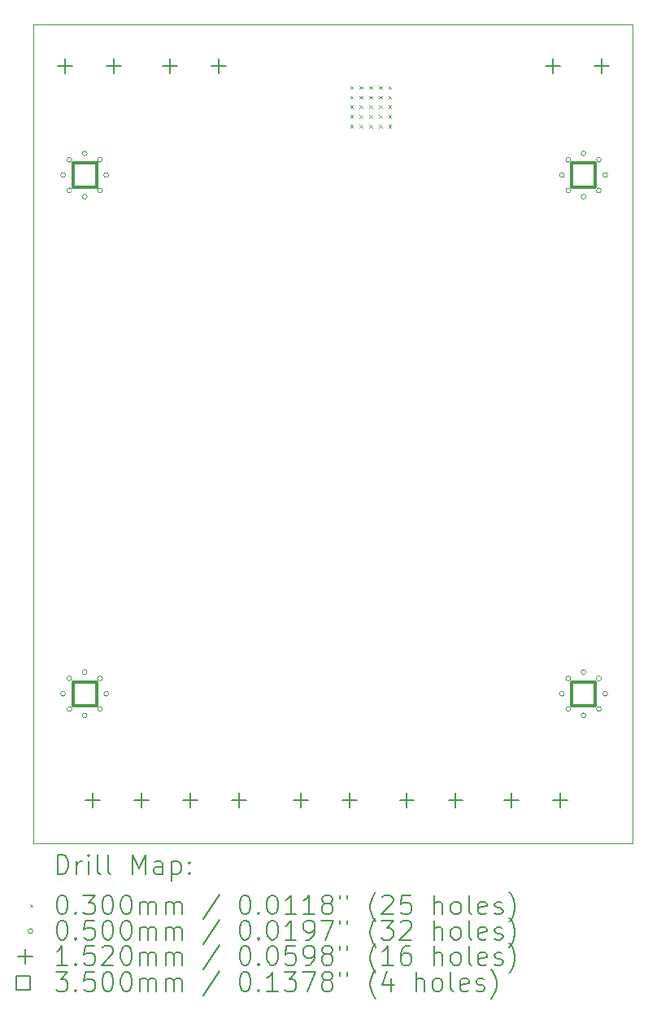
<source format=gbr>
%FSLAX45Y45*%
G04 Gerber Fmt 4.5, Leading zero omitted, Abs format (unit mm)*
G04 Created by KiCad (PCBNEW (6.0.1)) date 2022-04-27 15:55:12*
%MOMM*%
%LPD*%
G01*
G04 APERTURE LIST*
%TA.AperFunction,Profile*%
%ADD10C,0.100000*%
%TD*%
%ADD11C,0.200000*%
%ADD12C,0.030000*%
%ADD13C,0.050000*%
%ADD14C,0.152000*%
%ADD15C,0.350000*%
G04 APERTURE END LIST*
D10*
X5080000Y-11520000D02*
X5080000Y-3000000D01*
X5080000Y-3000000D02*
X11320000Y-3000000D01*
X11320000Y-11520000D02*
X11320000Y-3000000D01*
X5080000Y-11520000D02*
X11320000Y-11520000D01*
D11*
D12*
X8379500Y-3640400D02*
X8409500Y-3670400D01*
X8409500Y-3640400D02*
X8379500Y-3670400D01*
X8379500Y-3740400D02*
X8409500Y-3770400D01*
X8409500Y-3740400D02*
X8379500Y-3770400D01*
X8379500Y-3840400D02*
X8409500Y-3870400D01*
X8409500Y-3840400D02*
X8379500Y-3870400D01*
X8379500Y-3940400D02*
X8409500Y-3970400D01*
X8409500Y-3940400D02*
X8379500Y-3970400D01*
X8379500Y-4040400D02*
X8409500Y-4070400D01*
X8409500Y-4040400D02*
X8379500Y-4070400D01*
X8479500Y-3640400D02*
X8509500Y-3670400D01*
X8509500Y-3640400D02*
X8479500Y-3670400D01*
X8479500Y-3740400D02*
X8509500Y-3770400D01*
X8509500Y-3740400D02*
X8479500Y-3770400D01*
X8479500Y-3840400D02*
X8509500Y-3870400D01*
X8509500Y-3840400D02*
X8479500Y-3870400D01*
X8479500Y-3940400D02*
X8509500Y-3970400D01*
X8509500Y-3940400D02*
X8479500Y-3970400D01*
X8479500Y-4040400D02*
X8509500Y-4070400D01*
X8509500Y-4040400D02*
X8479500Y-4070400D01*
X8579500Y-3640400D02*
X8609500Y-3670400D01*
X8609500Y-3640400D02*
X8579500Y-3670400D01*
X8579500Y-3740400D02*
X8609500Y-3770400D01*
X8609500Y-3740400D02*
X8579500Y-3770400D01*
X8579500Y-3840400D02*
X8609500Y-3870400D01*
X8609500Y-3840400D02*
X8579500Y-3870400D01*
X8579500Y-3940400D02*
X8609500Y-3970400D01*
X8609500Y-3940400D02*
X8579500Y-3970400D01*
X8579500Y-4040400D02*
X8609500Y-4070400D01*
X8609500Y-4040400D02*
X8579500Y-4070400D01*
X8679500Y-3640400D02*
X8709500Y-3670400D01*
X8709500Y-3640400D02*
X8679500Y-3670400D01*
X8679500Y-3740400D02*
X8709500Y-3770400D01*
X8709500Y-3740400D02*
X8679500Y-3770400D01*
X8679500Y-3840400D02*
X8709500Y-3870400D01*
X8709500Y-3840400D02*
X8679500Y-3870400D01*
X8679500Y-3940400D02*
X8709500Y-3970400D01*
X8709500Y-3940400D02*
X8679500Y-3970400D01*
X8679500Y-4040400D02*
X8709500Y-4070400D01*
X8709500Y-4040400D02*
X8679500Y-4070400D01*
X8779500Y-3640400D02*
X8809500Y-3670400D01*
X8809500Y-3640400D02*
X8779500Y-3670400D01*
X8779500Y-3740400D02*
X8809500Y-3770400D01*
X8809500Y-3740400D02*
X8779500Y-3770400D01*
X8779500Y-3840400D02*
X8809500Y-3870400D01*
X8809500Y-3840400D02*
X8779500Y-3870400D01*
X8779500Y-3940400D02*
X8809500Y-3970400D01*
X8809500Y-3940400D02*
X8779500Y-3970400D01*
X8779500Y-4040400D02*
X8809500Y-4070400D01*
X8809500Y-4040400D02*
X8779500Y-4070400D01*
D13*
X5415000Y-4565000D02*
G75*
G03*
X5415000Y-4565000I-25000J0D01*
G01*
X5415000Y-9960000D02*
G75*
G03*
X5415000Y-9960000I-25000J0D01*
G01*
X5480901Y-4405901D02*
G75*
G03*
X5480901Y-4405901I-25000J0D01*
G01*
X5480901Y-4724099D02*
G75*
G03*
X5480901Y-4724099I-25000J0D01*
G01*
X5480901Y-9800901D02*
G75*
G03*
X5480901Y-9800901I-25000J0D01*
G01*
X5480901Y-10119099D02*
G75*
G03*
X5480901Y-10119099I-25000J0D01*
G01*
X5640000Y-4340000D02*
G75*
G03*
X5640000Y-4340000I-25000J0D01*
G01*
X5640000Y-4790000D02*
G75*
G03*
X5640000Y-4790000I-25000J0D01*
G01*
X5640000Y-9735000D02*
G75*
G03*
X5640000Y-9735000I-25000J0D01*
G01*
X5640000Y-10185000D02*
G75*
G03*
X5640000Y-10185000I-25000J0D01*
G01*
X5799099Y-4405901D02*
G75*
G03*
X5799099Y-4405901I-25000J0D01*
G01*
X5799099Y-4724099D02*
G75*
G03*
X5799099Y-4724099I-25000J0D01*
G01*
X5799099Y-9800901D02*
G75*
G03*
X5799099Y-9800901I-25000J0D01*
G01*
X5799099Y-10119099D02*
G75*
G03*
X5799099Y-10119099I-25000J0D01*
G01*
X5865000Y-4565000D02*
G75*
G03*
X5865000Y-4565000I-25000J0D01*
G01*
X5865000Y-9960000D02*
G75*
G03*
X5865000Y-9960000I-25000J0D01*
G01*
X10610000Y-4565000D02*
G75*
G03*
X10610000Y-4565000I-25000J0D01*
G01*
X10610000Y-9960000D02*
G75*
G03*
X10610000Y-9960000I-25000J0D01*
G01*
X10675901Y-4405901D02*
G75*
G03*
X10675901Y-4405901I-25000J0D01*
G01*
X10675901Y-4724099D02*
G75*
G03*
X10675901Y-4724099I-25000J0D01*
G01*
X10675901Y-9800901D02*
G75*
G03*
X10675901Y-9800901I-25000J0D01*
G01*
X10675901Y-10119099D02*
G75*
G03*
X10675901Y-10119099I-25000J0D01*
G01*
X10835000Y-4340000D02*
G75*
G03*
X10835000Y-4340000I-25000J0D01*
G01*
X10835000Y-4790000D02*
G75*
G03*
X10835000Y-4790000I-25000J0D01*
G01*
X10835000Y-9735000D02*
G75*
G03*
X10835000Y-9735000I-25000J0D01*
G01*
X10835000Y-10185000D02*
G75*
G03*
X10835000Y-10185000I-25000J0D01*
G01*
X10994099Y-4405901D02*
G75*
G03*
X10994099Y-4405901I-25000J0D01*
G01*
X10994099Y-4724099D02*
G75*
G03*
X10994099Y-4724099I-25000J0D01*
G01*
X10994099Y-9800901D02*
G75*
G03*
X10994099Y-9800901I-25000J0D01*
G01*
X10994099Y-10119099D02*
G75*
G03*
X10994099Y-10119099I-25000J0D01*
G01*
X11060000Y-4565000D02*
G75*
G03*
X11060000Y-4565000I-25000J0D01*
G01*
X11060000Y-9960000D02*
G75*
G03*
X11060000Y-9960000I-25000J0D01*
G01*
D14*
X5407400Y-3353000D02*
X5407400Y-3505000D01*
X5331400Y-3429000D02*
X5483400Y-3429000D01*
X5698000Y-10989000D02*
X5698000Y-11141000D01*
X5622000Y-11065000D02*
X5774000Y-11065000D01*
X5915400Y-3353000D02*
X5915400Y-3505000D01*
X5839400Y-3429000D02*
X5991400Y-3429000D01*
X6206000Y-10989000D02*
X6206000Y-11141000D01*
X6130000Y-11065000D02*
X6282000Y-11065000D01*
X6502400Y-3353000D02*
X6502400Y-3505000D01*
X6426400Y-3429000D02*
X6578400Y-3429000D01*
X6714000Y-10989000D02*
X6714000Y-11141000D01*
X6638000Y-11065000D02*
X6790000Y-11065000D01*
X7010400Y-3353000D02*
X7010400Y-3505000D01*
X6934400Y-3429000D02*
X7086400Y-3429000D01*
X7222000Y-10989000D02*
X7222000Y-11141000D01*
X7146000Y-11065000D02*
X7298000Y-11065000D01*
X7866000Y-10989000D02*
X7866000Y-11141000D01*
X7790000Y-11065000D02*
X7942000Y-11065000D01*
X8374000Y-10989000D02*
X8374000Y-11141000D01*
X8298000Y-11065000D02*
X8450000Y-11065000D01*
X8971000Y-10989000D02*
X8971000Y-11141000D01*
X8895000Y-11065000D02*
X9047000Y-11065000D01*
X9479000Y-10989000D02*
X9479000Y-11141000D01*
X9403000Y-11065000D02*
X9555000Y-11065000D01*
X10057000Y-10989000D02*
X10057000Y-11141000D01*
X9981000Y-11065000D02*
X10133000Y-11065000D01*
X10490200Y-3353000D02*
X10490200Y-3505000D01*
X10414200Y-3429000D02*
X10566200Y-3429000D01*
X10565000Y-10989000D02*
X10565000Y-11141000D01*
X10489000Y-11065000D02*
X10641000Y-11065000D01*
X10998200Y-3353000D02*
X10998200Y-3505000D01*
X10922200Y-3429000D02*
X11074200Y-3429000D01*
D15*
X5738745Y-4688745D02*
X5738745Y-4441255D01*
X5491255Y-4441255D01*
X5491255Y-4688745D01*
X5738745Y-4688745D01*
X5738745Y-10083745D02*
X5738745Y-9836255D01*
X5491255Y-9836255D01*
X5491255Y-10083745D01*
X5738745Y-10083745D01*
X10933745Y-4688745D02*
X10933745Y-4441255D01*
X10686255Y-4441255D01*
X10686255Y-4688745D01*
X10933745Y-4688745D01*
X10933745Y-10083745D02*
X10933745Y-9836255D01*
X10686255Y-9836255D01*
X10686255Y-10083745D01*
X10933745Y-10083745D01*
D11*
X5332619Y-11835476D02*
X5332619Y-11635476D01*
X5380238Y-11635476D01*
X5408810Y-11645000D01*
X5427857Y-11664048D01*
X5437381Y-11683095D01*
X5446905Y-11721190D01*
X5446905Y-11749762D01*
X5437381Y-11787857D01*
X5427857Y-11806905D01*
X5408810Y-11825952D01*
X5380238Y-11835476D01*
X5332619Y-11835476D01*
X5532619Y-11835476D02*
X5532619Y-11702143D01*
X5532619Y-11740238D02*
X5542143Y-11721190D01*
X5551667Y-11711667D01*
X5570714Y-11702143D01*
X5589762Y-11702143D01*
X5656428Y-11835476D02*
X5656428Y-11702143D01*
X5656428Y-11635476D02*
X5646905Y-11645000D01*
X5656428Y-11654524D01*
X5665952Y-11645000D01*
X5656428Y-11635476D01*
X5656428Y-11654524D01*
X5780238Y-11835476D02*
X5761190Y-11825952D01*
X5751667Y-11806905D01*
X5751667Y-11635476D01*
X5885000Y-11835476D02*
X5865952Y-11825952D01*
X5856428Y-11806905D01*
X5856428Y-11635476D01*
X6113571Y-11835476D02*
X6113571Y-11635476D01*
X6180238Y-11778333D01*
X6246905Y-11635476D01*
X6246905Y-11835476D01*
X6427857Y-11835476D02*
X6427857Y-11730714D01*
X6418333Y-11711667D01*
X6399286Y-11702143D01*
X6361190Y-11702143D01*
X6342143Y-11711667D01*
X6427857Y-11825952D02*
X6408809Y-11835476D01*
X6361190Y-11835476D01*
X6342143Y-11825952D01*
X6332619Y-11806905D01*
X6332619Y-11787857D01*
X6342143Y-11768809D01*
X6361190Y-11759286D01*
X6408809Y-11759286D01*
X6427857Y-11749762D01*
X6523095Y-11702143D02*
X6523095Y-11902143D01*
X6523095Y-11711667D02*
X6542143Y-11702143D01*
X6580238Y-11702143D01*
X6599286Y-11711667D01*
X6608809Y-11721190D01*
X6618333Y-11740238D01*
X6618333Y-11797381D01*
X6608809Y-11816428D01*
X6599286Y-11825952D01*
X6580238Y-11835476D01*
X6542143Y-11835476D01*
X6523095Y-11825952D01*
X6704048Y-11816428D02*
X6713571Y-11825952D01*
X6704048Y-11835476D01*
X6694524Y-11825952D01*
X6704048Y-11816428D01*
X6704048Y-11835476D01*
X6704048Y-11711667D02*
X6713571Y-11721190D01*
X6704048Y-11730714D01*
X6694524Y-11721190D01*
X6704048Y-11711667D01*
X6704048Y-11730714D01*
D12*
X5045000Y-12150000D02*
X5075000Y-12180000D01*
X5075000Y-12150000D02*
X5045000Y-12180000D01*
D11*
X5370714Y-12055476D02*
X5389762Y-12055476D01*
X5408810Y-12065000D01*
X5418333Y-12074524D01*
X5427857Y-12093571D01*
X5437381Y-12131667D01*
X5437381Y-12179286D01*
X5427857Y-12217381D01*
X5418333Y-12236428D01*
X5408810Y-12245952D01*
X5389762Y-12255476D01*
X5370714Y-12255476D01*
X5351667Y-12245952D01*
X5342143Y-12236428D01*
X5332619Y-12217381D01*
X5323095Y-12179286D01*
X5323095Y-12131667D01*
X5332619Y-12093571D01*
X5342143Y-12074524D01*
X5351667Y-12065000D01*
X5370714Y-12055476D01*
X5523095Y-12236428D02*
X5532619Y-12245952D01*
X5523095Y-12255476D01*
X5513571Y-12245952D01*
X5523095Y-12236428D01*
X5523095Y-12255476D01*
X5599286Y-12055476D02*
X5723095Y-12055476D01*
X5656428Y-12131667D01*
X5685000Y-12131667D01*
X5704048Y-12141190D01*
X5713571Y-12150714D01*
X5723095Y-12169762D01*
X5723095Y-12217381D01*
X5713571Y-12236428D01*
X5704048Y-12245952D01*
X5685000Y-12255476D01*
X5627857Y-12255476D01*
X5608809Y-12245952D01*
X5599286Y-12236428D01*
X5846905Y-12055476D02*
X5865952Y-12055476D01*
X5885000Y-12065000D01*
X5894524Y-12074524D01*
X5904048Y-12093571D01*
X5913571Y-12131667D01*
X5913571Y-12179286D01*
X5904048Y-12217381D01*
X5894524Y-12236428D01*
X5885000Y-12245952D01*
X5865952Y-12255476D01*
X5846905Y-12255476D01*
X5827857Y-12245952D01*
X5818333Y-12236428D01*
X5808809Y-12217381D01*
X5799286Y-12179286D01*
X5799286Y-12131667D01*
X5808809Y-12093571D01*
X5818333Y-12074524D01*
X5827857Y-12065000D01*
X5846905Y-12055476D01*
X6037381Y-12055476D02*
X6056428Y-12055476D01*
X6075476Y-12065000D01*
X6085000Y-12074524D01*
X6094524Y-12093571D01*
X6104048Y-12131667D01*
X6104048Y-12179286D01*
X6094524Y-12217381D01*
X6085000Y-12236428D01*
X6075476Y-12245952D01*
X6056428Y-12255476D01*
X6037381Y-12255476D01*
X6018333Y-12245952D01*
X6008809Y-12236428D01*
X5999286Y-12217381D01*
X5989762Y-12179286D01*
X5989762Y-12131667D01*
X5999286Y-12093571D01*
X6008809Y-12074524D01*
X6018333Y-12065000D01*
X6037381Y-12055476D01*
X6189762Y-12255476D02*
X6189762Y-12122143D01*
X6189762Y-12141190D02*
X6199286Y-12131667D01*
X6218333Y-12122143D01*
X6246905Y-12122143D01*
X6265952Y-12131667D01*
X6275476Y-12150714D01*
X6275476Y-12255476D01*
X6275476Y-12150714D02*
X6285000Y-12131667D01*
X6304048Y-12122143D01*
X6332619Y-12122143D01*
X6351667Y-12131667D01*
X6361190Y-12150714D01*
X6361190Y-12255476D01*
X6456428Y-12255476D02*
X6456428Y-12122143D01*
X6456428Y-12141190D02*
X6465952Y-12131667D01*
X6485000Y-12122143D01*
X6513571Y-12122143D01*
X6532619Y-12131667D01*
X6542143Y-12150714D01*
X6542143Y-12255476D01*
X6542143Y-12150714D02*
X6551667Y-12131667D01*
X6570714Y-12122143D01*
X6599286Y-12122143D01*
X6618333Y-12131667D01*
X6627857Y-12150714D01*
X6627857Y-12255476D01*
X7018333Y-12045952D02*
X6846905Y-12303095D01*
X7275476Y-12055476D02*
X7294524Y-12055476D01*
X7313571Y-12065000D01*
X7323095Y-12074524D01*
X7332619Y-12093571D01*
X7342143Y-12131667D01*
X7342143Y-12179286D01*
X7332619Y-12217381D01*
X7323095Y-12236428D01*
X7313571Y-12245952D01*
X7294524Y-12255476D01*
X7275476Y-12255476D01*
X7256428Y-12245952D01*
X7246905Y-12236428D01*
X7237381Y-12217381D01*
X7227857Y-12179286D01*
X7227857Y-12131667D01*
X7237381Y-12093571D01*
X7246905Y-12074524D01*
X7256428Y-12065000D01*
X7275476Y-12055476D01*
X7427857Y-12236428D02*
X7437381Y-12245952D01*
X7427857Y-12255476D01*
X7418333Y-12245952D01*
X7427857Y-12236428D01*
X7427857Y-12255476D01*
X7561190Y-12055476D02*
X7580238Y-12055476D01*
X7599286Y-12065000D01*
X7608809Y-12074524D01*
X7618333Y-12093571D01*
X7627857Y-12131667D01*
X7627857Y-12179286D01*
X7618333Y-12217381D01*
X7608809Y-12236428D01*
X7599286Y-12245952D01*
X7580238Y-12255476D01*
X7561190Y-12255476D01*
X7542143Y-12245952D01*
X7532619Y-12236428D01*
X7523095Y-12217381D01*
X7513571Y-12179286D01*
X7513571Y-12131667D01*
X7523095Y-12093571D01*
X7532619Y-12074524D01*
X7542143Y-12065000D01*
X7561190Y-12055476D01*
X7818333Y-12255476D02*
X7704048Y-12255476D01*
X7761190Y-12255476D02*
X7761190Y-12055476D01*
X7742143Y-12084048D01*
X7723095Y-12103095D01*
X7704048Y-12112619D01*
X8008809Y-12255476D02*
X7894524Y-12255476D01*
X7951667Y-12255476D02*
X7951667Y-12055476D01*
X7932619Y-12084048D01*
X7913571Y-12103095D01*
X7894524Y-12112619D01*
X8123095Y-12141190D02*
X8104048Y-12131667D01*
X8094524Y-12122143D01*
X8085000Y-12103095D01*
X8085000Y-12093571D01*
X8094524Y-12074524D01*
X8104048Y-12065000D01*
X8123095Y-12055476D01*
X8161190Y-12055476D01*
X8180238Y-12065000D01*
X8189762Y-12074524D01*
X8199286Y-12093571D01*
X8199286Y-12103095D01*
X8189762Y-12122143D01*
X8180238Y-12131667D01*
X8161190Y-12141190D01*
X8123095Y-12141190D01*
X8104048Y-12150714D01*
X8094524Y-12160238D01*
X8085000Y-12179286D01*
X8085000Y-12217381D01*
X8094524Y-12236428D01*
X8104048Y-12245952D01*
X8123095Y-12255476D01*
X8161190Y-12255476D01*
X8180238Y-12245952D01*
X8189762Y-12236428D01*
X8199286Y-12217381D01*
X8199286Y-12179286D01*
X8189762Y-12160238D01*
X8180238Y-12150714D01*
X8161190Y-12141190D01*
X8275476Y-12055476D02*
X8275476Y-12093571D01*
X8351667Y-12055476D02*
X8351667Y-12093571D01*
X8646905Y-12331667D02*
X8637381Y-12322143D01*
X8618333Y-12293571D01*
X8608810Y-12274524D01*
X8599286Y-12245952D01*
X8589762Y-12198333D01*
X8589762Y-12160238D01*
X8599286Y-12112619D01*
X8608810Y-12084048D01*
X8618333Y-12065000D01*
X8637381Y-12036428D01*
X8646905Y-12026905D01*
X8713571Y-12074524D02*
X8723095Y-12065000D01*
X8742143Y-12055476D01*
X8789762Y-12055476D01*
X8808810Y-12065000D01*
X8818333Y-12074524D01*
X8827857Y-12093571D01*
X8827857Y-12112619D01*
X8818333Y-12141190D01*
X8704048Y-12255476D01*
X8827857Y-12255476D01*
X9008810Y-12055476D02*
X8913571Y-12055476D01*
X8904048Y-12150714D01*
X8913571Y-12141190D01*
X8932619Y-12131667D01*
X8980238Y-12131667D01*
X8999286Y-12141190D01*
X9008810Y-12150714D01*
X9018333Y-12169762D01*
X9018333Y-12217381D01*
X9008810Y-12236428D01*
X8999286Y-12245952D01*
X8980238Y-12255476D01*
X8932619Y-12255476D01*
X8913571Y-12245952D01*
X8904048Y-12236428D01*
X9256429Y-12255476D02*
X9256429Y-12055476D01*
X9342143Y-12255476D02*
X9342143Y-12150714D01*
X9332619Y-12131667D01*
X9313571Y-12122143D01*
X9285000Y-12122143D01*
X9265952Y-12131667D01*
X9256429Y-12141190D01*
X9465952Y-12255476D02*
X9446905Y-12245952D01*
X9437381Y-12236428D01*
X9427857Y-12217381D01*
X9427857Y-12160238D01*
X9437381Y-12141190D01*
X9446905Y-12131667D01*
X9465952Y-12122143D01*
X9494524Y-12122143D01*
X9513571Y-12131667D01*
X9523095Y-12141190D01*
X9532619Y-12160238D01*
X9532619Y-12217381D01*
X9523095Y-12236428D01*
X9513571Y-12245952D01*
X9494524Y-12255476D01*
X9465952Y-12255476D01*
X9646905Y-12255476D02*
X9627857Y-12245952D01*
X9618333Y-12226905D01*
X9618333Y-12055476D01*
X9799286Y-12245952D02*
X9780238Y-12255476D01*
X9742143Y-12255476D01*
X9723095Y-12245952D01*
X9713571Y-12226905D01*
X9713571Y-12150714D01*
X9723095Y-12131667D01*
X9742143Y-12122143D01*
X9780238Y-12122143D01*
X9799286Y-12131667D01*
X9808810Y-12150714D01*
X9808810Y-12169762D01*
X9713571Y-12188809D01*
X9885000Y-12245952D02*
X9904048Y-12255476D01*
X9942143Y-12255476D01*
X9961190Y-12245952D01*
X9970714Y-12226905D01*
X9970714Y-12217381D01*
X9961190Y-12198333D01*
X9942143Y-12188809D01*
X9913571Y-12188809D01*
X9894524Y-12179286D01*
X9885000Y-12160238D01*
X9885000Y-12150714D01*
X9894524Y-12131667D01*
X9913571Y-12122143D01*
X9942143Y-12122143D01*
X9961190Y-12131667D01*
X10037381Y-12331667D02*
X10046905Y-12322143D01*
X10065952Y-12293571D01*
X10075476Y-12274524D01*
X10085000Y-12245952D01*
X10094524Y-12198333D01*
X10094524Y-12160238D01*
X10085000Y-12112619D01*
X10075476Y-12084048D01*
X10065952Y-12065000D01*
X10046905Y-12036428D01*
X10037381Y-12026905D01*
D13*
X5075000Y-12429000D02*
G75*
G03*
X5075000Y-12429000I-25000J0D01*
G01*
D11*
X5370714Y-12319476D02*
X5389762Y-12319476D01*
X5408810Y-12329000D01*
X5418333Y-12338524D01*
X5427857Y-12357571D01*
X5437381Y-12395667D01*
X5437381Y-12443286D01*
X5427857Y-12481381D01*
X5418333Y-12500428D01*
X5408810Y-12509952D01*
X5389762Y-12519476D01*
X5370714Y-12519476D01*
X5351667Y-12509952D01*
X5342143Y-12500428D01*
X5332619Y-12481381D01*
X5323095Y-12443286D01*
X5323095Y-12395667D01*
X5332619Y-12357571D01*
X5342143Y-12338524D01*
X5351667Y-12329000D01*
X5370714Y-12319476D01*
X5523095Y-12500428D02*
X5532619Y-12509952D01*
X5523095Y-12519476D01*
X5513571Y-12509952D01*
X5523095Y-12500428D01*
X5523095Y-12519476D01*
X5713571Y-12319476D02*
X5618333Y-12319476D01*
X5608809Y-12414714D01*
X5618333Y-12405190D01*
X5637381Y-12395667D01*
X5685000Y-12395667D01*
X5704048Y-12405190D01*
X5713571Y-12414714D01*
X5723095Y-12433762D01*
X5723095Y-12481381D01*
X5713571Y-12500428D01*
X5704048Y-12509952D01*
X5685000Y-12519476D01*
X5637381Y-12519476D01*
X5618333Y-12509952D01*
X5608809Y-12500428D01*
X5846905Y-12319476D02*
X5865952Y-12319476D01*
X5885000Y-12329000D01*
X5894524Y-12338524D01*
X5904048Y-12357571D01*
X5913571Y-12395667D01*
X5913571Y-12443286D01*
X5904048Y-12481381D01*
X5894524Y-12500428D01*
X5885000Y-12509952D01*
X5865952Y-12519476D01*
X5846905Y-12519476D01*
X5827857Y-12509952D01*
X5818333Y-12500428D01*
X5808809Y-12481381D01*
X5799286Y-12443286D01*
X5799286Y-12395667D01*
X5808809Y-12357571D01*
X5818333Y-12338524D01*
X5827857Y-12329000D01*
X5846905Y-12319476D01*
X6037381Y-12319476D02*
X6056428Y-12319476D01*
X6075476Y-12329000D01*
X6085000Y-12338524D01*
X6094524Y-12357571D01*
X6104048Y-12395667D01*
X6104048Y-12443286D01*
X6094524Y-12481381D01*
X6085000Y-12500428D01*
X6075476Y-12509952D01*
X6056428Y-12519476D01*
X6037381Y-12519476D01*
X6018333Y-12509952D01*
X6008809Y-12500428D01*
X5999286Y-12481381D01*
X5989762Y-12443286D01*
X5989762Y-12395667D01*
X5999286Y-12357571D01*
X6008809Y-12338524D01*
X6018333Y-12329000D01*
X6037381Y-12319476D01*
X6189762Y-12519476D02*
X6189762Y-12386143D01*
X6189762Y-12405190D02*
X6199286Y-12395667D01*
X6218333Y-12386143D01*
X6246905Y-12386143D01*
X6265952Y-12395667D01*
X6275476Y-12414714D01*
X6275476Y-12519476D01*
X6275476Y-12414714D02*
X6285000Y-12395667D01*
X6304048Y-12386143D01*
X6332619Y-12386143D01*
X6351667Y-12395667D01*
X6361190Y-12414714D01*
X6361190Y-12519476D01*
X6456428Y-12519476D02*
X6456428Y-12386143D01*
X6456428Y-12405190D02*
X6465952Y-12395667D01*
X6485000Y-12386143D01*
X6513571Y-12386143D01*
X6532619Y-12395667D01*
X6542143Y-12414714D01*
X6542143Y-12519476D01*
X6542143Y-12414714D02*
X6551667Y-12395667D01*
X6570714Y-12386143D01*
X6599286Y-12386143D01*
X6618333Y-12395667D01*
X6627857Y-12414714D01*
X6627857Y-12519476D01*
X7018333Y-12309952D02*
X6846905Y-12567095D01*
X7275476Y-12319476D02*
X7294524Y-12319476D01*
X7313571Y-12329000D01*
X7323095Y-12338524D01*
X7332619Y-12357571D01*
X7342143Y-12395667D01*
X7342143Y-12443286D01*
X7332619Y-12481381D01*
X7323095Y-12500428D01*
X7313571Y-12509952D01*
X7294524Y-12519476D01*
X7275476Y-12519476D01*
X7256428Y-12509952D01*
X7246905Y-12500428D01*
X7237381Y-12481381D01*
X7227857Y-12443286D01*
X7227857Y-12395667D01*
X7237381Y-12357571D01*
X7246905Y-12338524D01*
X7256428Y-12329000D01*
X7275476Y-12319476D01*
X7427857Y-12500428D02*
X7437381Y-12509952D01*
X7427857Y-12519476D01*
X7418333Y-12509952D01*
X7427857Y-12500428D01*
X7427857Y-12519476D01*
X7561190Y-12319476D02*
X7580238Y-12319476D01*
X7599286Y-12329000D01*
X7608809Y-12338524D01*
X7618333Y-12357571D01*
X7627857Y-12395667D01*
X7627857Y-12443286D01*
X7618333Y-12481381D01*
X7608809Y-12500428D01*
X7599286Y-12509952D01*
X7580238Y-12519476D01*
X7561190Y-12519476D01*
X7542143Y-12509952D01*
X7532619Y-12500428D01*
X7523095Y-12481381D01*
X7513571Y-12443286D01*
X7513571Y-12395667D01*
X7523095Y-12357571D01*
X7532619Y-12338524D01*
X7542143Y-12329000D01*
X7561190Y-12319476D01*
X7818333Y-12519476D02*
X7704048Y-12519476D01*
X7761190Y-12519476D02*
X7761190Y-12319476D01*
X7742143Y-12348048D01*
X7723095Y-12367095D01*
X7704048Y-12376619D01*
X7913571Y-12519476D02*
X7951667Y-12519476D01*
X7970714Y-12509952D01*
X7980238Y-12500428D01*
X7999286Y-12471857D01*
X8008809Y-12433762D01*
X8008809Y-12357571D01*
X7999286Y-12338524D01*
X7989762Y-12329000D01*
X7970714Y-12319476D01*
X7932619Y-12319476D01*
X7913571Y-12329000D01*
X7904048Y-12338524D01*
X7894524Y-12357571D01*
X7894524Y-12405190D01*
X7904048Y-12424238D01*
X7913571Y-12433762D01*
X7932619Y-12443286D01*
X7970714Y-12443286D01*
X7989762Y-12433762D01*
X7999286Y-12424238D01*
X8008809Y-12405190D01*
X8075476Y-12319476D02*
X8208809Y-12319476D01*
X8123095Y-12519476D01*
X8275476Y-12319476D02*
X8275476Y-12357571D01*
X8351667Y-12319476D02*
X8351667Y-12357571D01*
X8646905Y-12595667D02*
X8637381Y-12586143D01*
X8618333Y-12557571D01*
X8608810Y-12538524D01*
X8599286Y-12509952D01*
X8589762Y-12462333D01*
X8589762Y-12424238D01*
X8599286Y-12376619D01*
X8608810Y-12348048D01*
X8618333Y-12329000D01*
X8637381Y-12300428D01*
X8646905Y-12290905D01*
X8704048Y-12319476D02*
X8827857Y-12319476D01*
X8761190Y-12395667D01*
X8789762Y-12395667D01*
X8808810Y-12405190D01*
X8818333Y-12414714D01*
X8827857Y-12433762D01*
X8827857Y-12481381D01*
X8818333Y-12500428D01*
X8808810Y-12509952D01*
X8789762Y-12519476D01*
X8732619Y-12519476D01*
X8713571Y-12509952D01*
X8704048Y-12500428D01*
X8904048Y-12338524D02*
X8913571Y-12329000D01*
X8932619Y-12319476D01*
X8980238Y-12319476D01*
X8999286Y-12329000D01*
X9008810Y-12338524D01*
X9018333Y-12357571D01*
X9018333Y-12376619D01*
X9008810Y-12405190D01*
X8894524Y-12519476D01*
X9018333Y-12519476D01*
X9256429Y-12519476D02*
X9256429Y-12319476D01*
X9342143Y-12519476D02*
X9342143Y-12414714D01*
X9332619Y-12395667D01*
X9313571Y-12386143D01*
X9285000Y-12386143D01*
X9265952Y-12395667D01*
X9256429Y-12405190D01*
X9465952Y-12519476D02*
X9446905Y-12509952D01*
X9437381Y-12500428D01*
X9427857Y-12481381D01*
X9427857Y-12424238D01*
X9437381Y-12405190D01*
X9446905Y-12395667D01*
X9465952Y-12386143D01*
X9494524Y-12386143D01*
X9513571Y-12395667D01*
X9523095Y-12405190D01*
X9532619Y-12424238D01*
X9532619Y-12481381D01*
X9523095Y-12500428D01*
X9513571Y-12509952D01*
X9494524Y-12519476D01*
X9465952Y-12519476D01*
X9646905Y-12519476D02*
X9627857Y-12509952D01*
X9618333Y-12490905D01*
X9618333Y-12319476D01*
X9799286Y-12509952D02*
X9780238Y-12519476D01*
X9742143Y-12519476D01*
X9723095Y-12509952D01*
X9713571Y-12490905D01*
X9713571Y-12414714D01*
X9723095Y-12395667D01*
X9742143Y-12386143D01*
X9780238Y-12386143D01*
X9799286Y-12395667D01*
X9808810Y-12414714D01*
X9808810Y-12433762D01*
X9713571Y-12452809D01*
X9885000Y-12509952D02*
X9904048Y-12519476D01*
X9942143Y-12519476D01*
X9961190Y-12509952D01*
X9970714Y-12490905D01*
X9970714Y-12481381D01*
X9961190Y-12462333D01*
X9942143Y-12452809D01*
X9913571Y-12452809D01*
X9894524Y-12443286D01*
X9885000Y-12424238D01*
X9885000Y-12414714D01*
X9894524Y-12395667D01*
X9913571Y-12386143D01*
X9942143Y-12386143D01*
X9961190Y-12395667D01*
X10037381Y-12595667D02*
X10046905Y-12586143D01*
X10065952Y-12557571D01*
X10075476Y-12538524D01*
X10085000Y-12509952D01*
X10094524Y-12462333D01*
X10094524Y-12424238D01*
X10085000Y-12376619D01*
X10075476Y-12348048D01*
X10065952Y-12329000D01*
X10046905Y-12300428D01*
X10037381Y-12290905D01*
D14*
X4999000Y-12617000D02*
X4999000Y-12769000D01*
X4923000Y-12693000D02*
X5075000Y-12693000D01*
D11*
X5437381Y-12783476D02*
X5323095Y-12783476D01*
X5380238Y-12783476D02*
X5380238Y-12583476D01*
X5361190Y-12612048D01*
X5342143Y-12631095D01*
X5323095Y-12640619D01*
X5523095Y-12764428D02*
X5532619Y-12773952D01*
X5523095Y-12783476D01*
X5513571Y-12773952D01*
X5523095Y-12764428D01*
X5523095Y-12783476D01*
X5713571Y-12583476D02*
X5618333Y-12583476D01*
X5608809Y-12678714D01*
X5618333Y-12669190D01*
X5637381Y-12659667D01*
X5685000Y-12659667D01*
X5704048Y-12669190D01*
X5713571Y-12678714D01*
X5723095Y-12697762D01*
X5723095Y-12745381D01*
X5713571Y-12764428D01*
X5704048Y-12773952D01*
X5685000Y-12783476D01*
X5637381Y-12783476D01*
X5618333Y-12773952D01*
X5608809Y-12764428D01*
X5799286Y-12602524D02*
X5808809Y-12593000D01*
X5827857Y-12583476D01*
X5875476Y-12583476D01*
X5894524Y-12593000D01*
X5904048Y-12602524D01*
X5913571Y-12621571D01*
X5913571Y-12640619D01*
X5904048Y-12669190D01*
X5789762Y-12783476D01*
X5913571Y-12783476D01*
X6037381Y-12583476D02*
X6056428Y-12583476D01*
X6075476Y-12593000D01*
X6085000Y-12602524D01*
X6094524Y-12621571D01*
X6104048Y-12659667D01*
X6104048Y-12707286D01*
X6094524Y-12745381D01*
X6085000Y-12764428D01*
X6075476Y-12773952D01*
X6056428Y-12783476D01*
X6037381Y-12783476D01*
X6018333Y-12773952D01*
X6008809Y-12764428D01*
X5999286Y-12745381D01*
X5989762Y-12707286D01*
X5989762Y-12659667D01*
X5999286Y-12621571D01*
X6008809Y-12602524D01*
X6018333Y-12593000D01*
X6037381Y-12583476D01*
X6189762Y-12783476D02*
X6189762Y-12650143D01*
X6189762Y-12669190D02*
X6199286Y-12659667D01*
X6218333Y-12650143D01*
X6246905Y-12650143D01*
X6265952Y-12659667D01*
X6275476Y-12678714D01*
X6275476Y-12783476D01*
X6275476Y-12678714D02*
X6285000Y-12659667D01*
X6304048Y-12650143D01*
X6332619Y-12650143D01*
X6351667Y-12659667D01*
X6361190Y-12678714D01*
X6361190Y-12783476D01*
X6456428Y-12783476D02*
X6456428Y-12650143D01*
X6456428Y-12669190D02*
X6465952Y-12659667D01*
X6485000Y-12650143D01*
X6513571Y-12650143D01*
X6532619Y-12659667D01*
X6542143Y-12678714D01*
X6542143Y-12783476D01*
X6542143Y-12678714D02*
X6551667Y-12659667D01*
X6570714Y-12650143D01*
X6599286Y-12650143D01*
X6618333Y-12659667D01*
X6627857Y-12678714D01*
X6627857Y-12783476D01*
X7018333Y-12573952D02*
X6846905Y-12831095D01*
X7275476Y-12583476D02*
X7294524Y-12583476D01*
X7313571Y-12593000D01*
X7323095Y-12602524D01*
X7332619Y-12621571D01*
X7342143Y-12659667D01*
X7342143Y-12707286D01*
X7332619Y-12745381D01*
X7323095Y-12764428D01*
X7313571Y-12773952D01*
X7294524Y-12783476D01*
X7275476Y-12783476D01*
X7256428Y-12773952D01*
X7246905Y-12764428D01*
X7237381Y-12745381D01*
X7227857Y-12707286D01*
X7227857Y-12659667D01*
X7237381Y-12621571D01*
X7246905Y-12602524D01*
X7256428Y-12593000D01*
X7275476Y-12583476D01*
X7427857Y-12764428D02*
X7437381Y-12773952D01*
X7427857Y-12783476D01*
X7418333Y-12773952D01*
X7427857Y-12764428D01*
X7427857Y-12783476D01*
X7561190Y-12583476D02*
X7580238Y-12583476D01*
X7599286Y-12593000D01*
X7608809Y-12602524D01*
X7618333Y-12621571D01*
X7627857Y-12659667D01*
X7627857Y-12707286D01*
X7618333Y-12745381D01*
X7608809Y-12764428D01*
X7599286Y-12773952D01*
X7580238Y-12783476D01*
X7561190Y-12783476D01*
X7542143Y-12773952D01*
X7532619Y-12764428D01*
X7523095Y-12745381D01*
X7513571Y-12707286D01*
X7513571Y-12659667D01*
X7523095Y-12621571D01*
X7532619Y-12602524D01*
X7542143Y-12593000D01*
X7561190Y-12583476D01*
X7808809Y-12583476D02*
X7713571Y-12583476D01*
X7704048Y-12678714D01*
X7713571Y-12669190D01*
X7732619Y-12659667D01*
X7780238Y-12659667D01*
X7799286Y-12669190D01*
X7808809Y-12678714D01*
X7818333Y-12697762D01*
X7818333Y-12745381D01*
X7808809Y-12764428D01*
X7799286Y-12773952D01*
X7780238Y-12783476D01*
X7732619Y-12783476D01*
X7713571Y-12773952D01*
X7704048Y-12764428D01*
X7913571Y-12783476D02*
X7951667Y-12783476D01*
X7970714Y-12773952D01*
X7980238Y-12764428D01*
X7999286Y-12735857D01*
X8008809Y-12697762D01*
X8008809Y-12621571D01*
X7999286Y-12602524D01*
X7989762Y-12593000D01*
X7970714Y-12583476D01*
X7932619Y-12583476D01*
X7913571Y-12593000D01*
X7904048Y-12602524D01*
X7894524Y-12621571D01*
X7894524Y-12669190D01*
X7904048Y-12688238D01*
X7913571Y-12697762D01*
X7932619Y-12707286D01*
X7970714Y-12707286D01*
X7989762Y-12697762D01*
X7999286Y-12688238D01*
X8008809Y-12669190D01*
X8123095Y-12669190D02*
X8104048Y-12659667D01*
X8094524Y-12650143D01*
X8085000Y-12631095D01*
X8085000Y-12621571D01*
X8094524Y-12602524D01*
X8104048Y-12593000D01*
X8123095Y-12583476D01*
X8161190Y-12583476D01*
X8180238Y-12593000D01*
X8189762Y-12602524D01*
X8199286Y-12621571D01*
X8199286Y-12631095D01*
X8189762Y-12650143D01*
X8180238Y-12659667D01*
X8161190Y-12669190D01*
X8123095Y-12669190D01*
X8104048Y-12678714D01*
X8094524Y-12688238D01*
X8085000Y-12707286D01*
X8085000Y-12745381D01*
X8094524Y-12764428D01*
X8104048Y-12773952D01*
X8123095Y-12783476D01*
X8161190Y-12783476D01*
X8180238Y-12773952D01*
X8189762Y-12764428D01*
X8199286Y-12745381D01*
X8199286Y-12707286D01*
X8189762Y-12688238D01*
X8180238Y-12678714D01*
X8161190Y-12669190D01*
X8275476Y-12583476D02*
X8275476Y-12621571D01*
X8351667Y-12583476D02*
X8351667Y-12621571D01*
X8646905Y-12859667D02*
X8637381Y-12850143D01*
X8618333Y-12821571D01*
X8608810Y-12802524D01*
X8599286Y-12773952D01*
X8589762Y-12726333D01*
X8589762Y-12688238D01*
X8599286Y-12640619D01*
X8608810Y-12612048D01*
X8618333Y-12593000D01*
X8637381Y-12564428D01*
X8646905Y-12554905D01*
X8827857Y-12783476D02*
X8713571Y-12783476D01*
X8770714Y-12783476D02*
X8770714Y-12583476D01*
X8751667Y-12612048D01*
X8732619Y-12631095D01*
X8713571Y-12640619D01*
X8999286Y-12583476D02*
X8961190Y-12583476D01*
X8942143Y-12593000D01*
X8932619Y-12602524D01*
X8913571Y-12631095D01*
X8904048Y-12669190D01*
X8904048Y-12745381D01*
X8913571Y-12764428D01*
X8923095Y-12773952D01*
X8942143Y-12783476D01*
X8980238Y-12783476D01*
X8999286Y-12773952D01*
X9008810Y-12764428D01*
X9018333Y-12745381D01*
X9018333Y-12697762D01*
X9008810Y-12678714D01*
X8999286Y-12669190D01*
X8980238Y-12659667D01*
X8942143Y-12659667D01*
X8923095Y-12669190D01*
X8913571Y-12678714D01*
X8904048Y-12697762D01*
X9256429Y-12783476D02*
X9256429Y-12583476D01*
X9342143Y-12783476D02*
X9342143Y-12678714D01*
X9332619Y-12659667D01*
X9313571Y-12650143D01*
X9285000Y-12650143D01*
X9265952Y-12659667D01*
X9256429Y-12669190D01*
X9465952Y-12783476D02*
X9446905Y-12773952D01*
X9437381Y-12764428D01*
X9427857Y-12745381D01*
X9427857Y-12688238D01*
X9437381Y-12669190D01*
X9446905Y-12659667D01*
X9465952Y-12650143D01*
X9494524Y-12650143D01*
X9513571Y-12659667D01*
X9523095Y-12669190D01*
X9532619Y-12688238D01*
X9532619Y-12745381D01*
X9523095Y-12764428D01*
X9513571Y-12773952D01*
X9494524Y-12783476D01*
X9465952Y-12783476D01*
X9646905Y-12783476D02*
X9627857Y-12773952D01*
X9618333Y-12754905D01*
X9618333Y-12583476D01*
X9799286Y-12773952D02*
X9780238Y-12783476D01*
X9742143Y-12783476D01*
X9723095Y-12773952D01*
X9713571Y-12754905D01*
X9713571Y-12678714D01*
X9723095Y-12659667D01*
X9742143Y-12650143D01*
X9780238Y-12650143D01*
X9799286Y-12659667D01*
X9808810Y-12678714D01*
X9808810Y-12697762D01*
X9713571Y-12716809D01*
X9885000Y-12773952D02*
X9904048Y-12783476D01*
X9942143Y-12783476D01*
X9961190Y-12773952D01*
X9970714Y-12754905D01*
X9970714Y-12745381D01*
X9961190Y-12726333D01*
X9942143Y-12716809D01*
X9913571Y-12716809D01*
X9894524Y-12707286D01*
X9885000Y-12688238D01*
X9885000Y-12678714D01*
X9894524Y-12659667D01*
X9913571Y-12650143D01*
X9942143Y-12650143D01*
X9961190Y-12659667D01*
X10037381Y-12859667D02*
X10046905Y-12850143D01*
X10065952Y-12821571D01*
X10075476Y-12802524D01*
X10085000Y-12773952D01*
X10094524Y-12726333D01*
X10094524Y-12688238D01*
X10085000Y-12640619D01*
X10075476Y-12612048D01*
X10065952Y-12593000D01*
X10046905Y-12564428D01*
X10037381Y-12554905D01*
X5045711Y-13035711D02*
X5045711Y-12894289D01*
X4904289Y-12894289D01*
X4904289Y-13035711D01*
X5045711Y-13035711D01*
X5313571Y-12855476D02*
X5437381Y-12855476D01*
X5370714Y-12931667D01*
X5399286Y-12931667D01*
X5418333Y-12941190D01*
X5427857Y-12950714D01*
X5437381Y-12969762D01*
X5437381Y-13017381D01*
X5427857Y-13036428D01*
X5418333Y-13045952D01*
X5399286Y-13055476D01*
X5342143Y-13055476D01*
X5323095Y-13045952D01*
X5313571Y-13036428D01*
X5523095Y-13036428D02*
X5532619Y-13045952D01*
X5523095Y-13055476D01*
X5513571Y-13045952D01*
X5523095Y-13036428D01*
X5523095Y-13055476D01*
X5713571Y-12855476D02*
X5618333Y-12855476D01*
X5608809Y-12950714D01*
X5618333Y-12941190D01*
X5637381Y-12931667D01*
X5685000Y-12931667D01*
X5704048Y-12941190D01*
X5713571Y-12950714D01*
X5723095Y-12969762D01*
X5723095Y-13017381D01*
X5713571Y-13036428D01*
X5704048Y-13045952D01*
X5685000Y-13055476D01*
X5637381Y-13055476D01*
X5618333Y-13045952D01*
X5608809Y-13036428D01*
X5846905Y-12855476D02*
X5865952Y-12855476D01*
X5885000Y-12865000D01*
X5894524Y-12874524D01*
X5904048Y-12893571D01*
X5913571Y-12931667D01*
X5913571Y-12979286D01*
X5904048Y-13017381D01*
X5894524Y-13036428D01*
X5885000Y-13045952D01*
X5865952Y-13055476D01*
X5846905Y-13055476D01*
X5827857Y-13045952D01*
X5818333Y-13036428D01*
X5808809Y-13017381D01*
X5799286Y-12979286D01*
X5799286Y-12931667D01*
X5808809Y-12893571D01*
X5818333Y-12874524D01*
X5827857Y-12865000D01*
X5846905Y-12855476D01*
X6037381Y-12855476D02*
X6056428Y-12855476D01*
X6075476Y-12865000D01*
X6085000Y-12874524D01*
X6094524Y-12893571D01*
X6104048Y-12931667D01*
X6104048Y-12979286D01*
X6094524Y-13017381D01*
X6085000Y-13036428D01*
X6075476Y-13045952D01*
X6056428Y-13055476D01*
X6037381Y-13055476D01*
X6018333Y-13045952D01*
X6008809Y-13036428D01*
X5999286Y-13017381D01*
X5989762Y-12979286D01*
X5989762Y-12931667D01*
X5999286Y-12893571D01*
X6008809Y-12874524D01*
X6018333Y-12865000D01*
X6037381Y-12855476D01*
X6189762Y-13055476D02*
X6189762Y-12922143D01*
X6189762Y-12941190D02*
X6199286Y-12931667D01*
X6218333Y-12922143D01*
X6246905Y-12922143D01*
X6265952Y-12931667D01*
X6275476Y-12950714D01*
X6275476Y-13055476D01*
X6275476Y-12950714D02*
X6285000Y-12931667D01*
X6304048Y-12922143D01*
X6332619Y-12922143D01*
X6351667Y-12931667D01*
X6361190Y-12950714D01*
X6361190Y-13055476D01*
X6456428Y-13055476D02*
X6456428Y-12922143D01*
X6456428Y-12941190D02*
X6465952Y-12931667D01*
X6485000Y-12922143D01*
X6513571Y-12922143D01*
X6532619Y-12931667D01*
X6542143Y-12950714D01*
X6542143Y-13055476D01*
X6542143Y-12950714D02*
X6551667Y-12931667D01*
X6570714Y-12922143D01*
X6599286Y-12922143D01*
X6618333Y-12931667D01*
X6627857Y-12950714D01*
X6627857Y-13055476D01*
X7018333Y-12845952D02*
X6846905Y-13103095D01*
X7275476Y-12855476D02*
X7294524Y-12855476D01*
X7313571Y-12865000D01*
X7323095Y-12874524D01*
X7332619Y-12893571D01*
X7342143Y-12931667D01*
X7342143Y-12979286D01*
X7332619Y-13017381D01*
X7323095Y-13036428D01*
X7313571Y-13045952D01*
X7294524Y-13055476D01*
X7275476Y-13055476D01*
X7256428Y-13045952D01*
X7246905Y-13036428D01*
X7237381Y-13017381D01*
X7227857Y-12979286D01*
X7227857Y-12931667D01*
X7237381Y-12893571D01*
X7246905Y-12874524D01*
X7256428Y-12865000D01*
X7275476Y-12855476D01*
X7427857Y-13036428D02*
X7437381Y-13045952D01*
X7427857Y-13055476D01*
X7418333Y-13045952D01*
X7427857Y-13036428D01*
X7427857Y-13055476D01*
X7627857Y-13055476D02*
X7513571Y-13055476D01*
X7570714Y-13055476D02*
X7570714Y-12855476D01*
X7551667Y-12884048D01*
X7532619Y-12903095D01*
X7513571Y-12912619D01*
X7694524Y-12855476D02*
X7818333Y-12855476D01*
X7751667Y-12931667D01*
X7780238Y-12931667D01*
X7799286Y-12941190D01*
X7808809Y-12950714D01*
X7818333Y-12969762D01*
X7818333Y-13017381D01*
X7808809Y-13036428D01*
X7799286Y-13045952D01*
X7780238Y-13055476D01*
X7723095Y-13055476D01*
X7704048Y-13045952D01*
X7694524Y-13036428D01*
X7885000Y-12855476D02*
X8018333Y-12855476D01*
X7932619Y-13055476D01*
X8123095Y-12941190D02*
X8104048Y-12931667D01*
X8094524Y-12922143D01*
X8085000Y-12903095D01*
X8085000Y-12893571D01*
X8094524Y-12874524D01*
X8104048Y-12865000D01*
X8123095Y-12855476D01*
X8161190Y-12855476D01*
X8180238Y-12865000D01*
X8189762Y-12874524D01*
X8199286Y-12893571D01*
X8199286Y-12903095D01*
X8189762Y-12922143D01*
X8180238Y-12931667D01*
X8161190Y-12941190D01*
X8123095Y-12941190D01*
X8104048Y-12950714D01*
X8094524Y-12960238D01*
X8085000Y-12979286D01*
X8085000Y-13017381D01*
X8094524Y-13036428D01*
X8104048Y-13045952D01*
X8123095Y-13055476D01*
X8161190Y-13055476D01*
X8180238Y-13045952D01*
X8189762Y-13036428D01*
X8199286Y-13017381D01*
X8199286Y-12979286D01*
X8189762Y-12960238D01*
X8180238Y-12950714D01*
X8161190Y-12941190D01*
X8275476Y-12855476D02*
X8275476Y-12893571D01*
X8351667Y-12855476D02*
X8351667Y-12893571D01*
X8646905Y-13131667D02*
X8637381Y-13122143D01*
X8618333Y-13093571D01*
X8608810Y-13074524D01*
X8599286Y-13045952D01*
X8589762Y-12998333D01*
X8589762Y-12960238D01*
X8599286Y-12912619D01*
X8608810Y-12884048D01*
X8618333Y-12865000D01*
X8637381Y-12836428D01*
X8646905Y-12826905D01*
X8808810Y-12922143D02*
X8808810Y-13055476D01*
X8761190Y-12845952D02*
X8713571Y-12988809D01*
X8837381Y-12988809D01*
X9065952Y-13055476D02*
X9065952Y-12855476D01*
X9151667Y-13055476D02*
X9151667Y-12950714D01*
X9142143Y-12931667D01*
X9123095Y-12922143D01*
X9094524Y-12922143D01*
X9075476Y-12931667D01*
X9065952Y-12941190D01*
X9275476Y-13055476D02*
X9256429Y-13045952D01*
X9246905Y-13036428D01*
X9237381Y-13017381D01*
X9237381Y-12960238D01*
X9246905Y-12941190D01*
X9256429Y-12931667D01*
X9275476Y-12922143D01*
X9304048Y-12922143D01*
X9323095Y-12931667D01*
X9332619Y-12941190D01*
X9342143Y-12960238D01*
X9342143Y-13017381D01*
X9332619Y-13036428D01*
X9323095Y-13045952D01*
X9304048Y-13055476D01*
X9275476Y-13055476D01*
X9456429Y-13055476D02*
X9437381Y-13045952D01*
X9427857Y-13026905D01*
X9427857Y-12855476D01*
X9608810Y-13045952D02*
X9589762Y-13055476D01*
X9551667Y-13055476D01*
X9532619Y-13045952D01*
X9523095Y-13026905D01*
X9523095Y-12950714D01*
X9532619Y-12931667D01*
X9551667Y-12922143D01*
X9589762Y-12922143D01*
X9608810Y-12931667D01*
X9618333Y-12950714D01*
X9618333Y-12969762D01*
X9523095Y-12988809D01*
X9694524Y-13045952D02*
X9713571Y-13055476D01*
X9751667Y-13055476D01*
X9770714Y-13045952D01*
X9780238Y-13026905D01*
X9780238Y-13017381D01*
X9770714Y-12998333D01*
X9751667Y-12988809D01*
X9723095Y-12988809D01*
X9704048Y-12979286D01*
X9694524Y-12960238D01*
X9694524Y-12950714D01*
X9704048Y-12931667D01*
X9723095Y-12922143D01*
X9751667Y-12922143D01*
X9770714Y-12931667D01*
X9846905Y-13131667D02*
X9856429Y-13122143D01*
X9875476Y-13093571D01*
X9885000Y-13074524D01*
X9894524Y-13045952D01*
X9904048Y-12998333D01*
X9904048Y-12960238D01*
X9894524Y-12912619D01*
X9885000Y-12884048D01*
X9875476Y-12865000D01*
X9856429Y-12836428D01*
X9846905Y-12826905D01*
M02*

</source>
